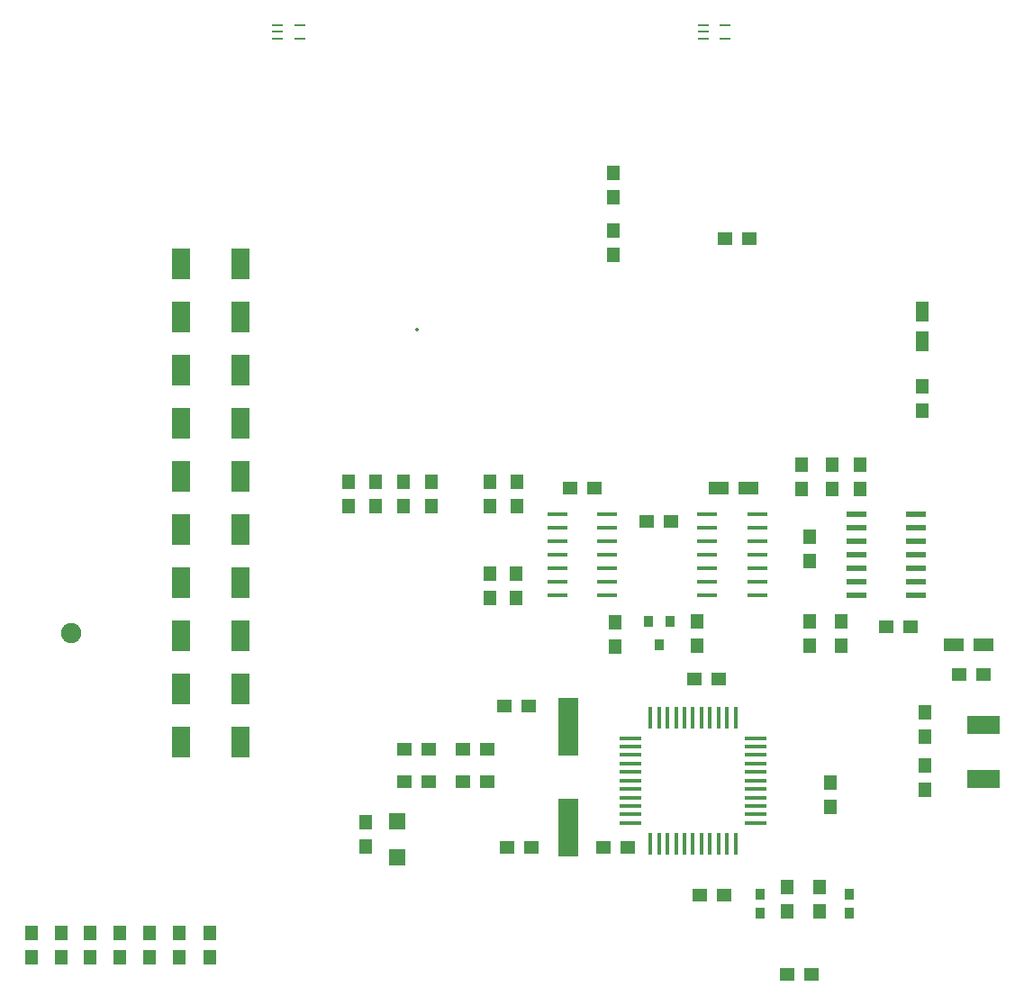
<source format=gbr>
%FSLAX23Y23*%
%MOIN*%
G04 EasyPC Gerber Version 17.0 Build 3379 *
%ADD74O,0.01175X0.01569*%
%ADD28R,0.01569X0.07868*%
%ADD24R,0.03537X0.03891*%
%ADD22R,0.03600X0.04400*%
%ADD70R,0.05100X0.05600*%
%ADD23R,0.05100X0.07600*%
%ADD19R,0.06700X0.11800*%
%ADD29R,0.07474X0.21254*%
%ADD72R,0.05900X0.05900*%
%ADD26R,0.04200X0.01000*%
%ADD27R,0.07868X0.01569*%
%ADD71R,0.07400X0.01800*%
%ADD18R,0.07600X0.02100*%
%ADD73C,0.07474*%
%ADD20R,0.05600X0.05100*%
%ADD21R,0.07600X0.05100*%
%ADD25R,0.12200X0.06600*%
X0Y0D02*
D02*
D18*
X3286Y2149D03*
Y2199D03*
Y2249D03*
Y2299D03*
Y2349D03*
Y2399D03*
Y2449D03*
X3506Y2149D03*
Y2199D03*
Y2249D03*
Y2299D03*
Y2349D03*
Y2399D03*
Y2449D03*
D02*
D19*
X786Y1606D03*
Y1803D03*
Y2000D03*
Y2197D03*
Y2394D03*
Y2590D03*
Y2787D03*
Y2984D03*
Y3181D03*
Y3378D03*
X1006Y1606D03*
Y1803D03*
Y2000D03*
Y2197D03*
Y2394D03*
Y2590D03*
Y2787D03*
Y2984D03*
Y3181D03*
Y3378D03*
D02*
D70*
X231Y809D03*
Y899D03*
X341Y809D03*
Y899D03*
X447Y809D03*
Y899D03*
X558Y809D03*
Y899D03*
X668Y809D03*
Y899D03*
X778Y809D03*
Y899D03*
X892Y809D03*
Y899D03*
X1404Y2479D03*
Y2569D03*
X1467Y1219D03*
Y1309D03*
X1506Y2479D03*
Y2569D03*
X1609Y2479D03*
Y2569D03*
X1711Y2479D03*
Y2569D03*
X1928Y2140D03*
Y2230D03*
Y2479D03*
Y2569D03*
X2026Y2140D03*
Y2230D03*
X2030Y2479D03*
Y2569D03*
X2384Y3412D03*
Y3502D03*
Y3624D03*
Y3714D03*
X2392Y1959D03*
Y2049D03*
X2695Y1963D03*
Y2053D03*
X3030Y979D03*
Y1069D03*
X3081Y2545D03*
Y2635D03*
X3113Y1963D03*
Y2053D03*
Y2278D03*
Y2368D03*
X3148Y979D03*
Y1069D03*
X3188Y1368D03*
Y1458D03*
X3195Y2545D03*
Y2635D03*
X3227Y1963D03*
Y2053D03*
X3298Y2545D03*
Y2635D03*
X3530Y2833D03*
Y2923D03*
X3538Y1431D03*
Y1521D03*
Y1628D03*
Y1718D03*
D02*
D71*
X2177Y2149D03*
Y2199D03*
Y2249D03*
Y2299D03*
Y2349D03*
Y2399D03*
Y2449D03*
X2363Y2149D03*
Y2199D03*
Y2249D03*
Y2299D03*
Y2349D03*
Y2399D03*
Y2449D03*
X2732Y2149D03*
Y2199D03*
Y2249D03*
Y2299D03*
Y2349D03*
Y2399D03*
Y2449D03*
X2918Y2149D03*
Y2199D03*
Y2249D03*
Y2299D03*
Y2349D03*
Y2399D03*
Y2449D03*
D02*
D20*
X1611Y1461D03*
Y1579D03*
X1701Y1461D03*
Y1579D03*
X1828Y1461D03*
Y1579D03*
X1918Y1461D03*
Y1579D03*
X1981Y1740D03*
X1993Y1216D03*
X2071Y1740D03*
X2083Y1216D03*
X2225Y2547D03*
X2315D03*
X2347Y1216D03*
X2437D03*
X2509Y2425D03*
X2599D03*
X2686Y1839D03*
X2706Y1039D03*
X2776Y1839D03*
X2796Y1039D03*
X2800Y3472D03*
X2890D03*
X3028Y748D03*
X3118D03*
X3395Y2035D03*
X3485D03*
X3666Y1858D03*
X3756D03*
D02*
D21*
X2774Y2548D03*
X2884Y2547D03*
X3644Y1968D03*
X3754Y1967D03*
D02*
D22*
X2514Y2055D03*
X2554Y1968D03*
X2594Y2055D03*
D02*
D23*
X3529Y3091D03*
X3530Y3201D03*
D02*
D24*
X2928Y973D03*
Y1043D03*
X3258Y973D03*
Y1043D03*
D02*
D25*
X3754Y1471D03*
Y1671D03*
D02*
D26*
X1142Y4211D03*
Y4236D03*
Y4262D03*
X1225Y4211D03*
Y4262D03*
X2717Y4211D03*
Y4236D03*
Y4262D03*
X2800Y4211D03*
Y4262D03*
D02*
D27*
X2447Y1307D03*
Y1339D03*
Y1370D03*
Y1402D03*
Y1433D03*
Y1464D03*
Y1496D03*
Y1527D03*
Y1559D03*
Y1590D03*
Y1622D03*
X2912Y1307D03*
Y1339D03*
Y1370D03*
Y1402D03*
Y1433D03*
Y1464D03*
Y1496D03*
Y1527D03*
Y1559D03*
Y1590D03*
Y1622D03*
D02*
D28*
X2522Y1232D03*
Y1697D03*
X2554Y1232D03*
Y1697D03*
X2585Y1232D03*
Y1697D03*
X2617Y1232D03*
Y1697D03*
X2648Y1232D03*
Y1697D03*
X2680Y1232D03*
Y1697D03*
X2711Y1232D03*
Y1697D03*
X2743Y1232D03*
Y1697D03*
X2774Y1232D03*
Y1697D03*
X2806Y1232D03*
Y1697D03*
X2837Y1232D03*
Y1697D03*
D02*
D29*
X2219Y1291D03*
Y1665D03*
D02*
D72*
X1585Y1181D03*
Y1315D03*
D02*
D73*
X380Y2011D03*
D02*
D74*
X1660Y3134D03*
X0Y0D02*
M02*

</source>
